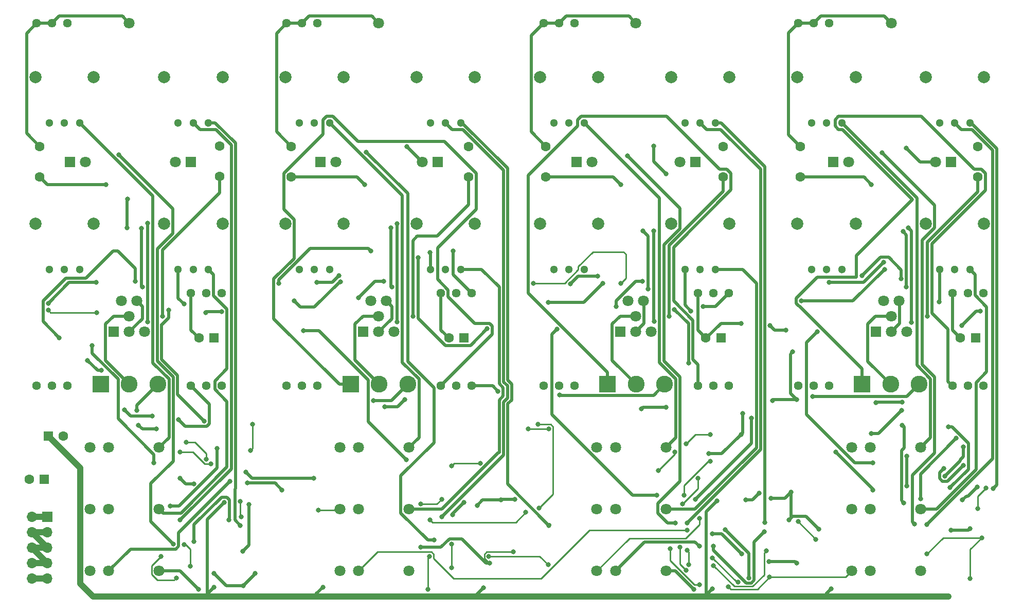
<source format=gtl>
G04 #@! TF.GenerationSoftware,KiCad,Pcbnew,(5.1.6-0-10_14)*
G04 #@! TF.CreationDate,2022-01-28T11:34:31+00:00*
G04 #@! TF.ProjectId,Quad Tube VCA,51756164-2054-4756-9265-205643412e6b,rev?*
G04 #@! TF.SameCoordinates,Original*
G04 #@! TF.FileFunction,Copper,L1,Top*
G04 #@! TF.FilePolarity,Positive*
%FSLAX46Y46*%
G04 Gerber Fmt 4.6, Leading zero omitted, Abs format (unit mm)*
G04 Created by KiCad (PCBNEW (5.1.6-0-10_14)) date 2022-01-28 11:34:31*
%MOMM*%
%LPD*%
G01*
G04 APERTURE LIST*
G04 #@! TA.AperFunction,ComponentPad*
%ADD10C,2.775000*%
G04 #@! TD*
G04 #@! TA.AperFunction,ComponentPad*
%ADD11R,2.775000X2.775000*%
G04 #@! TD*
G04 #@! TA.AperFunction,ComponentPad*
%ADD12C,1.600000*%
G04 #@! TD*
G04 #@! TA.AperFunction,ComponentPad*
%ADD13R,1.600000X1.600000*%
G04 #@! TD*
G04 #@! TA.AperFunction,ComponentPad*
%ADD14C,1.800000*%
G04 #@! TD*
G04 #@! TA.AperFunction,ComponentPad*
%ADD15R,1.800000X1.800000*%
G04 #@! TD*
G04 #@! TA.AperFunction,ComponentPad*
%ADD16C,2.000000*%
G04 #@! TD*
G04 #@! TA.AperFunction,ComponentPad*
%ADD17C,1.300000*%
G04 #@! TD*
G04 #@! TA.AperFunction,ComponentPad*
%ADD18C,1.440000*%
G04 #@! TD*
G04 #@! TA.AperFunction,ComponentPad*
%ADD19O,1.700000X1.700000*%
G04 #@! TD*
G04 #@! TA.AperFunction,ComponentPad*
%ADD20R,1.700000X1.700000*%
G04 #@! TD*
G04 #@! TA.AperFunction,ViaPad*
%ADD21C,0.800000*%
G04 #@! TD*
G04 #@! TA.AperFunction,Conductor*
%ADD22C,0.500000*%
G04 #@! TD*
G04 #@! TA.AperFunction,Conductor*
%ADD23C,0.250000*%
G04 #@! TD*
G04 #@! TA.AperFunction,Conductor*
%ADD24C,1.000000*%
G04 #@! TD*
G04 APERTURE END LIST*
D10*
X89790000Y-107702500D03*
X85090000Y-107702500D03*
D11*
X80390000Y-107702500D03*
D10*
X130938000Y-107702500D03*
X126238000Y-107702500D03*
D11*
X121538000Y-107702500D03*
D10*
X173229000Y-107702500D03*
X168529000Y-107702500D03*
D11*
X163829000Y-107702500D03*
D10*
X215139000Y-107702500D03*
X210439000Y-107702500D03*
D11*
X205739000Y-107702500D03*
D12*
X221909000Y-100076000D03*
D13*
X224409000Y-100076000D03*
D12*
X179999000Y-100076000D03*
D13*
X182499000Y-100076000D03*
D12*
X137708000Y-100076000D03*
D13*
X140208000Y-100076000D03*
D12*
X96560000Y-100076000D03*
D13*
X99060000Y-100076000D03*
D12*
X68620000Y-123317000D03*
D13*
X71120000Y-123317000D03*
D12*
X74255000Y-116205000D03*
D13*
X71755000Y-116205000D03*
D14*
X126153333Y-48260000D03*
X126153333Y-96520000D03*
X124883333Y-93980000D03*
X127423333Y-93980000D03*
X128693333Y-99060000D03*
X126153333Y-99060000D03*
D15*
X123613333Y-99060000D03*
D14*
X85090000Y-48260000D03*
X85090000Y-96520000D03*
X83820000Y-93980000D03*
X86360000Y-93980000D03*
X87630000Y-99060000D03*
X85090000Y-99060000D03*
D15*
X82550000Y-99060000D03*
D14*
X210550000Y-48260000D03*
X210550000Y-96520000D03*
X209280000Y-93980000D03*
X211820000Y-93980000D03*
X213090000Y-99060000D03*
X210550000Y-99060000D03*
D15*
X208010000Y-99060000D03*
D14*
X168486666Y-48260000D03*
X168486666Y-96520000D03*
X167216666Y-93980000D03*
X169756666Y-93980000D03*
X171026666Y-99060000D03*
X168486666Y-99060000D03*
D15*
X165946666Y-99060000D03*
D16*
X204680000Y-57150000D03*
X195080000Y-57150000D03*
D17*
X202380000Y-64650000D03*
X199880000Y-64650000D03*
X197380000Y-64650000D03*
D16*
X162280000Y-57150000D03*
X152680000Y-57150000D03*
D17*
X159980000Y-64650000D03*
X157480000Y-64650000D03*
X154980000Y-64650000D03*
D16*
X120370000Y-57150000D03*
X110770000Y-57150000D03*
D17*
X118070000Y-64650000D03*
X115570000Y-64650000D03*
X113070000Y-64650000D03*
D16*
X79222000Y-57150000D03*
X69622000Y-57150000D03*
D17*
X76922000Y-64650000D03*
X74422000Y-64650000D03*
X71922000Y-64650000D03*
D16*
X204680000Y-81280000D03*
X195080000Y-81280000D03*
D17*
X202380000Y-88780000D03*
X199880000Y-88780000D03*
X197380000Y-88780000D03*
D16*
X162280000Y-81280000D03*
X152680000Y-81280000D03*
D17*
X159980000Y-88780000D03*
X157480000Y-88780000D03*
X154980000Y-88780000D03*
D16*
X120370000Y-81280000D03*
X110770000Y-81280000D03*
D17*
X118070000Y-88780000D03*
X115570000Y-88780000D03*
X113070000Y-88780000D03*
D16*
X79222000Y-81280000D03*
X69622000Y-81280000D03*
D17*
X76922000Y-88780000D03*
X74422000Y-88780000D03*
X71922000Y-88780000D03*
D16*
X225780000Y-57150000D03*
X216180000Y-57150000D03*
D17*
X223480000Y-64650000D03*
X220980000Y-64650000D03*
X218480000Y-64650000D03*
D16*
X183870000Y-57150000D03*
X174270000Y-57150000D03*
D17*
X181570000Y-64650000D03*
X179070000Y-64650000D03*
X176570000Y-64650000D03*
D16*
X141960000Y-57150000D03*
X132360000Y-57150000D03*
D17*
X139660000Y-64650000D03*
X137160000Y-64650000D03*
X134660000Y-64650000D03*
D16*
X100431000Y-57150000D03*
X90831000Y-57150000D03*
D17*
X98131000Y-64650000D03*
X95631000Y-64650000D03*
X93131000Y-64650000D03*
D16*
X225780000Y-81280000D03*
X216180000Y-81280000D03*
D17*
X223480000Y-88780000D03*
X220980000Y-88780000D03*
X218480000Y-88780000D03*
D16*
X183870000Y-81280000D03*
X174270000Y-81280000D03*
D17*
X181570000Y-88780000D03*
X179070000Y-88780000D03*
X176570000Y-88780000D03*
D16*
X141960000Y-81280000D03*
X132360000Y-81280000D03*
D17*
X139660000Y-88780000D03*
X137160000Y-88780000D03*
X134660000Y-88780000D03*
D16*
X100431000Y-81280000D03*
X90831000Y-81280000D03*
D17*
X98131000Y-88780000D03*
X95631000Y-88780000D03*
X93131000Y-88780000D03*
D14*
X215389000Y-138430000D03*
X203989000Y-138430000D03*
X207089000Y-138430000D03*
X173449000Y-138430000D03*
X162049000Y-138430000D03*
X165149000Y-138430000D03*
X131158000Y-138430000D03*
X119758000Y-138430000D03*
X122858000Y-138430000D03*
X90010000Y-138430000D03*
X78610000Y-138430000D03*
X81710000Y-138430000D03*
X215389000Y-118110000D03*
X203989000Y-118110000D03*
X207089000Y-118110000D03*
X173449000Y-118110000D03*
X162049000Y-118110000D03*
X165149000Y-118110000D03*
X131158000Y-118110000D03*
X119758000Y-118110000D03*
X122858000Y-118110000D03*
X90010000Y-118110000D03*
X78610000Y-118110000D03*
X81710000Y-118110000D03*
X215389000Y-128270000D03*
X203989000Y-128270000D03*
X207089000Y-128270000D03*
X173449000Y-128270000D03*
X162049000Y-128270000D03*
X165149000Y-128270000D03*
X131158000Y-128270000D03*
X119758000Y-128270000D03*
X122858000Y-128270000D03*
X90010000Y-128270000D03*
X78610000Y-128270000D03*
X81710000Y-128270000D03*
D18*
X195199000Y-48260000D03*
X197739000Y-48260000D03*
X200279000Y-48260000D03*
X153289000Y-48260000D03*
X155829000Y-48260000D03*
X158369000Y-48260000D03*
X110998000Y-48260000D03*
X113538000Y-48260000D03*
X116078000Y-48260000D03*
X69850000Y-48260000D03*
X72390000Y-48260000D03*
X74930000Y-48260000D03*
X220599000Y-107950000D03*
X223139000Y-107950000D03*
X225679000Y-107950000D03*
X178689000Y-107950000D03*
X181229000Y-107950000D03*
X183769000Y-107950000D03*
X136398000Y-107950000D03*
X138938000Y-107950000D03*
X141478000Y-107950000D03*
X95250000Y-107950000D03*
X97790000Y-107950000D03*
X100330000Y-107950000D03*
X220599000Y-92710000D03*
X223139000Y-92710000D03*
X225679000Y-92710000D03*
X178689000Y-92710000D03*
X181229000Y-92710000D03*
X183769000Y-92710000D03*
X136398000Y-92710000D03*
X138938000Y-92710000D03*
X141478000Y-92710000D03*
X95250000Y-92710000D03*
X97790000Y-92710000D03*
X100330000Y-92710000D03*
X195199000Y-107950000D03*
X197739000Y-107950000D03*
X200279000Y-107950000D03*
X153289000Y-107950000D03*
X155829000Y-107950000D03*
X158369000Y-107950000D03*
X110998000Y-107950000D03*
X113538000Y-107950000D03*
X116078000Y-107950000D03*
X69850000Y-107950000D03*
X72390000Y-107950000D03*
X74930000Y-107950000D03*
D19*
X69088000Y-139700000D03*
X71628000Y-139700000D03*
X69088000Y-137160000D03*
X71628000Y-137160000D03*
X69088000Y-134620000D03*
X71628000Y-134620000D03*
X69088000Y-132080000D03*
X71628000Y-132080000D03*
X69088000Y-129540000D03*
D20*
X71628000Y-129540000D03*
D14*
X217805000Y-71120000D03*
D15*
X220345000Y-71120000D03*
D14*
X203536000Y-71120000D03*
D15*
X200996000Y-71120000D03*
D14*
X175768000Y-71120000D03*
D15*
X178308000Y-71120000D03*
D14*
X161290000Y-71120000D03*
D15*
X158750000Y-71120000D03*
D14*
X133350000Y-71120000D03*
D15*
X135890000Y-71120000D03*
D14*
X119126000Y-71120000D03*
D15*
X116586000Y-71120000D03*
D14*
X92710000Y-71120000D03*
D15*
X95250000Y-71120000D03*
D14*
X77851000Y-71120000D03*
D15*
X75311000Y-71120000D03*
D12*
X224790000Y-73580000D03*
X224790000Y-68580000D03*
X195580000Y-73580000D03*
X195580000Y-68580000D03*
X182880000Y-73580000D03*
X182880000Y-68580000D03*
X153670000Y-73580000D03*
X153670000Y-68580000D03*
X140970000Y-73580000D03*
X140970000Y-68580000D03*
X111760000Y-73580000D03*
X111760000Y-68580000D03*
X99949000Y-73453000D03*
X99949000Y-68453000D03*
X70358000Y-73580000D03*
X70358000Y-68580000D03*
D21*
X207264000Y-115824000D03*
X212217000Y-112014000D03*
X218440000Y-94107000D03*
X194945000Y-110236000D03*
X191008000Y-110363000D03*
X186055000Y-112522000D03*
X185801000Y-115951000D03*
X186563000Y-126746000D03*
X188802291Y-125649709D03*
X190754000Y-126492000D03*
X194056000Y-125476000D03*
X193675000Y-130048000D03*
X173482000Y-111506000D03*
X169418000Y-111760000D03*
X179578000Y-94869000D03*
X177550042Y-95626958D03*
X138430000Y-85725000D03*
X134620000Y-85979000D03*
X94107000Y-94488000D03*
X97663000Y-95885000D03*
X100330000Y-95758000D03*
X89535000Y-115062000D03*
X86614000Y-114427000D03*
X97790000Y-120015000D03*
X94488000Y-117221000D03*
X181102000Y-136271000D03*
X185293000Y-140273011D03*
X190500000Y-139444990D03*
X183737850Y-141075156D03*
X178943000Y-129794000D03*
X103886000Y-140843000D03*
X105791000Y-138811000D03*
X99060000Y-138811000D03*
X105410000Y-114300000D03*
X105029000Y-118618000D03*
X103378000Y-127000000D03*
X103505000Y-129540000D03*
X104521000Y-123952000D03*
X110236000Y-125095000D03*
X212344000Y-110617000D03*
X208026000Y-110744000D03*
X222250000Y-126746000D03*
X224663000Y-124587000D03*
X180467000Y-119126000D03*
X146304000Y-126746000D03*
X148590000Y-126619000D03*
X142367000Y-127635000D03*
X127127000Y-111379000D03*
X130429000Y-110236000D03*
X80518000Y-105410000D03*
X78232000Y-103759000D03*
X116205000Y-128397000D03*
X95758000Y-133604000D03*
X101473000Y-130048000D03*
X152400000Y-114300000D03*
X152556541Y-128113459D03*
X198628000Y-131572000D03*
X225171000Y-95631000D03*
X222123000Y-98044000D03*
X194310000Y-102362000D03*
X84836000Y-77216000D03*
X84709000Y-81915000D03*
X145796000Y-108839000D03*
X219964000Y-142621000D03*
X99060000Y-141097000D03*
X143383000Y-141224000D03*
X181102000Y-141351000D03*
X200660000Y-141351000D03*
X181864000Y-126873000D03*
X100711000Y-127127000D03*
X116967000Y-141097000D03*
X77009999Y-121491001D03*
X77009999Y-125301001D03*
X77009999Y-123396001D03*
X130810000Y-68541000D03*
X173482000Y-73025000D03*
X171450000Y-68453000D03*
X212979000Y-68834000D03*
X193167000Y-98806000D03*
X190588000Y-98044000D03*
X185801000Y-97663000D03*
X81280000Y-74803000D03*
X87122000Y-82042000D03*
X87280001Y-91694000D03*
X104775000Y-127508000D03*
X103759000Y-135227990D03*
X90530011Y-96520000D03*
X97410000Y-113792000D03*
X91567000Y-95504000D03*
X79756000Y-95885000D03*
X71754999Y-95504000D03*
X95694990Y-124079000D03*
X93472000Y-123190000D03*
X93472000Y-118872000D03*
X78994000Y-101346000D03*
X89154000Y-120650000D03*
X98552000Y-120777000D03*
X99568000Y-118237000D03*
X91821000Y-127762000D03*
X124085041Y-69462959D03*
X135255000Y-133350000D03*
X138176000Y-137922000D03*
X138176000Y-133985000D03*
X134239000Y-141478000D03*
X134493000Y-136017000D03*
X129159000Y-81280000D03*
X129159000Y-97409000D03*
X148336000Y-135292000D03*
X144399000Y-137160000D03*
X133096000Y-134493000D03*
X154051000Y-137414000D03*
X144272000Y-136017000D03*
X131759999Y-96520000D03*
X136529905Y-126614095D03*
X133096000Y-127420000D03*
X134620000Y-130048000D03*
X150368000Y-128778000D03*
X154137510Y-115062000D03*
X150749000Y-115062000D03*
X167132000Y-70104000D03*
X175006000Y-130556000D03*
X176784000Y-138303000D03*
X175768000Y-134493000D03*
X174117000Y-134747000D03*
X178943000Y-140716000D03*
X171387500Y-82423000D03*
X171526667Y-97370000D03*
X187071000Y-139573000D03*
X183156991Y-131670261D03*
X173990000Y-96520000D03*
X172212000Y-121920000D03*
X174916511Y-118872000D03*
X176784000Y-117475000D03*
X180721000Y-115951000D03*
X226124083Y-124791288D03*
X224790000Y-128143000D03*
X225425000Y-132969000D03*
X223520000Y-139700000D03*
X216408000Y-135636000D03*
X207264000Y-74803000D03*
X212471000Y-82550000D03*
X213018000Y-91694000D03*
X219964000Y-114681000D03*
X220218000Y-124714000D03*
X220345000Y-131699000D03*
X223520000Y-131445000D03*
X119634000Y-89789000D03*
X115951000Y-90932000D03*
X162179000Y-89916000D03*
X157734000Y-91186000D03*
X209296000Y-87630000D03*
X200279000Y-90932000D03*
X93472000Y-130048000D03*
X136525000Y-129540000D03*
X176911000Y-130556000D03*
X216408000Y-130810000D03*
X96520000Y-141478000D03*
X178054000Y-141478000D03*
X190373000Y-136906000D03*
X194945000Y-137160000D03*
X101662500Y-123698000D03*
X104267000Y-122174000D03*
X115443000Y-123190000D03*
X189992000Y-135128000D03*
X181229000Y-137541000D03*
X177215970Y-137401112D03*
X176911000Y-135001000D03*
X176940541Y-131728541D03*
X189611000Y-131953000D03*
X181229000Y-134366000D03*
X178943000Y-134366000D03*
X86360000Y-112014000D03*
X93218000Y-113538000D03*
X88900000Y-112903000D03*
X84328000Y-111887000D03*
X125250499Y-110363000D03*
X155956000Y-109474000D03*
X197612000Y-109728000D03*
X103378000Y-130937000D03*
X154178000Y-130937000D03*
X189738000Y-130429000D03*
X227330000Y-124841000D03*
X83381541Y-69907459D03*
X92329000Y-133985000D03*
X95123000Y-137668000D03*
X94107000Y-134112000D03*
X88130001Y-81153000D03*
X88130001Y-97409000D03*
X92837000Y-139573000D03*
X90297000Y-136017000D03*
X123825000Y-74803000D03*
X128143000Y-81915000D03*
X128309000Y-91694000D03*
X144018000Y-98552000D03*
X132609999Y-86829999D03*
X124841000Y-85725000D03*
X109728000Y-91059000D03*
X138176000Y-121158000D03*
X142851458Y-120753458D03*
X138303000Y-129159000D03*
X140208000Y-127127000D03*
X113755022Y-98842978D03*
X130683000Y-120142000D03*
X165989000Y-74803000D03*
X169672000Y-82423000D03*
X170507942Y-92036630D03*
X187487980Y-113284000D03*
X178308000Y-126619000D03*
X181102000Y-132334000D03*
X185928000Y-135636000D03*
X177166000Y-104189541D03*
X174840000Y-95377000D03*
X165989000Y-91059000D03*
X151638000Y-91059000D03*
X176149000Y-127381000D03*
X178689000Y-123190000D03*
X176403000Y-125984000D03*
X180721000Y-120396000D03*
X155474522Y-98652478D03*
X171958000Y-125984000D03*
X209042000Y-69596000D03*
X214376000Y-130683000D03*
X213360000Y-81915000D03*
X213868000Y-97536000D03*
X216489777Y-96520000D03*
X219202000Y-121539000D03*
X222377000Y-121031000D03*
X201422000Y-118872000D03*
X207518000Y-125095000D03*
X219329000Y-122809000D03*
X222377000Y-117983000D03*
X213106000Y-119507000D03*
X213106000Y-124460000D03*
X198374000Y-99060000D03*
X207518000Y-120650000D03*
X221233301Y-116586699D03*
X215332272Y-126559272D03*
X212598000Y-127254000D03*
X212344000Y-114427000D03*
X195199000Y-130302000D03*
X198120000Y-133223000D03*
X73560541Y-100048459D03*
X86106000Y-90730001D03*
X71755000Y-94361000D03*
X79629000Y-90932000D03*
X122809000Y-93472000D03*
X127000000Y-90730001D03*
X112268000Y-93980000D03*
X119888000Y-90805000D03*
X165227000Y-94869000D03*
X169545000Y-90730001D03*
X154051000Y-94234000D03*
X163068000Y-91059000D03*
X205740000Y-89789000D03*
X212168000Y-90297000D03*
X195707000Y-93980000D03*
X209423000Y-88773000D03*
D22*
X218480000Y-88780000D02*
X218306000Y-88780000D01*
X208407000Y-115824000D02*
X212217000Y-112014000D01*
X207264000Y-115824000D02*
X208407000Y-115824000D01*
X218480000Y-94067000D02*
X218440000Y-94107000D01*
X218480000Y-88780000D02*
X218480000Y-94067000D01*
X191135000Y-110236000D02*
X191008000Y-110363000D01*
X194945000Y-110236000D02*
X191135000Y-110236000D01*
X186055000Y-115697000D02*
X185801000Y-115951000D01*
X186055000Y-112522000D02*
X186055000Y-115697000D01*
X187706000Y-126746000D02*
X188802291Y-125649709D01*
X186563000Y-126746000D02*
X187706000Y-126746000D01*
X193040000Y-126492000D02*
X194056000Y-125476000D01*
X190754000Y-126492000D02*
X193040000Y-126492000D01*
X194056000Y-129667000D02*
X193675000Y-130048000D01*
X194056000Y-125476000D02*
X194056000Y-129667000D01*
X169672000Y-111506000D02*
X169418000Y-111760000D01*
X173482000Y-111506000D02*
X169672000Y-111506000D01*
X181610000Y-94869000D02*
X183769000Y-92710000D01*
X179578000Y-94869000D02*
X181610000Y-94869000D01*
X176570000Y-94646916D02*
X177550042Y-95626958D01*
X176570000Y-88780000D02*
X176570000Y-94646916D01*
X138430000Y-89662000D02*
X138430000Y-85725000D01*
X141478000Y-92710000D02*
X138430000Y-89662000D01*
X134660000Y-86019000D02*
X134620000Y-85979000D01*
X134660000Y-88780000D02*
X134660000Y-86019000D01*
X93131000Y-93512000D02*
X94107000Y-94488000D01*
X93131000Y-88780000D02*
X93131000Y-93512000D01*
X97790000Y-95758000D02*
X97663000Y-95885000D01*
X100330000Y-95758000D02*
X97790000Y-95758000D01*
X87249000Y-115062000D02*
X86614000Y-114427000D01*
X89535000Y-115062000D02*
X87249000Y-115062000D01*
D23*
X97790000Y-119124590D02*
X95886410Y-117221000D01*
X95886410Y-117221000D02*
X94488000Y-117221000D01*
X97790000Y-120015000D02*
X97790000Y-119124590D01*
X185104011Y-140273011D02*
X185293000Y-140273011D01*
X181102000Y-136271000D02*
X185104011Y-140273011D01*
X202974010Y-139444990D02*
X203989000Y-138430000D01*
X190500000Y-139444990D02*
X202974010Y-139444990D01*
X184110714Y-141448020D02*
X183737850Y-141075156D01*
X188496970Y-141448020D02*
X184110714Y-141448020D01*
X190500000Y-139444990D02*
X188496970Y-141448020D01*
X176674095Y-133067989D02*
X167411011Y-133067989D01*
X178943000Y-130799084D02*
X176674095Y-133067989D01*
X167411011Y-133067989D02*
X162049000Y-138430000D01*
X178943000Y-129794000D02*
X178943000Y-130799084D01*
D22*
X105791000Y-138938000D02*
X103886000Y-140843000D01*
X105791000Y-138811000D02*
X105791000Y-138938000D01*
X101092000Y-140843000D02*
X99060000Y-138811000D01*
X103886000Y-140843000D02*
X101092000Y-140843000D01*
D23*
X105410000Y-118237000D02*
X105029000Y-118618000D01*
X105410000Y-114300000D02*
X105410000Y-118237000D01*
X103378000Y-129413000D02*
X103505000Y-129540000D01*
X103378000Y-127000000D02*
X103378000Y-129413000D01*
D22*
X109093000Y-123952000D02*
X108712000Y-123952000D01*
X110236000Y-125095000D02*
X109093000Y-123952000D01*
X108712000Y-123952000D02*
X104521000Y-123952000D01*
X208153000Y-110617000D02*
X208026000Y-110744000D01*
X212344000Y-110617000D02*
X208153000Y-110617000D01*
X223139000Y-126111000D02*
X224663000Y-124587000D01*
X222885000Y-126111000D02*
X222250000Y-126746000D01*
X223139000Y-126111000D02*
X222885000Y-126111000D01*
X182626000Y-119126000D02*
X185801000Y-115951000D01*
X180467000Y-119126000D02*
X182626000Y-119126000D01*
X146431000Y-126619000D02*
X146304000Y-126746000D01*
X148590000Y-126619000D02*
X146431000Y-126619000D01*
X143256000Y-126746000D02*
X142367000Y-127635000D01*
X146304000Y-126746000D02*
X143256000Y-126746000D01*
X129286000Y-111379000D02*
X127127000Y-111379000D01*
X130429000Y-110236000D02*
X129286000Y-111379000D01*
X79883000Y-105410000D02*
X78232000Y-103759000D01*
X80518000Y-105410000D02*
X79883000Y-105410000D01*
D23*
X119631000Y-128397000D02*
X119758000Y-128270000D01*
X116205000Y-128397000D02*
X119631000Y-128397000D01*
D22*
X101561001Y-129959999D02*
X101473000Y-130048000D01*
X101561001Y-126718999D02*
X101561001Y-129959999D01*
X100302999Y-126276999D02*
X101119001Y-126276999D01*
X101119001Y-126276999D02*
X101561001Y-126718999D01*
X95758000Y-130821998D02*
X100302999Y-126276999D01*
X95758000Y-133604000D02*
X95758000Y-130821998D01*
D23*
X154862511Y-125807489D02*
X152556541Y-128113459D01*
X154448512Y-114300000D02*
X154862511Y-114713999D01*
X154862511Y-114713999D02*
X154862511Y-125807489D01*
X152400000Y-114300000D02*
X154448512Y-114300000D01*
D22*
X196507999Y-129451999D02*
X198628000Y-131572000D01*
X194271001Y-129451999D02*
X196507999Y-129451999D01*
X193675000Y-130048000D02*
X194271001Y-129451999D01*
X224536000Y-95631000D02*
X222123000Y-98044000D01*
X225171000Y-95631000D02*
X224536000Y-95631000D01*
X193910001Y-109201001D02*
X194945000Y-110236000D01*
X193910001Y-102761999D02*
X193910001Y-109201001D01*
X194310000Y-102362000D02*
X193910001Y-102761999D01*
X84709000Y-77343000D02*
X84836000Y-77216000D01*
X84709000Y-81915000D02*
X84709000Y-77343000D01*
X144907000Y-107950000D02*
X145796000Y-108839000D01*
X141478000Y-107950000D02*
X144907000Y-107950000D01*
D24*
X69088000Y-134620000D02*
X71628000Y-134620000D01*
X69088000Y-137160000D02*
X71628000Y-137160000D01*
X69088000Y-132080000D02*
X71628000Y-132080000D01*
X71628000Y-134620000D02*
X69088000Y-132080000D01*
X71628000Y-137160000D02*
X69088000Y-134620000D01*
D22*
X133350000Y-71120000D02*
X133350000Y-70866000D01*
X99060000Y-141097000D02*
X97536000Y-142621000D01*
X97536000Y-142621000D02*
X96774000Y-142621000D01*
D24*
X79121000Y-142621000D02*
X96774000Y-142621000D01*
D22*
X141986000Y-142621000D02*
X140970000Y-142621000D01*
X143383000Y-141224000D02*
X141986000Y-142621000D01*
X179832000Y-142621000D02*
X178435000Y-142621000D01*
D24*
X140970000Y-142621000D02*
X178435000Y-142621000D01*
D22*
X199771000Y-142240000D02*
X199771000Y-142621000D01*
X200660000Y-141351000D02*
X199771000Y-142240000D01*
D24*
X199771000Y-142621000D02*
X219964000Y-142621000D01*
X178435000Y-142621000D02*
X199771000Y-142621000D01*
D22*
X180086000Y-128651000D02*
X181864000Y-126873000D01*
X180086000Y-142367000D02*
X180086000Y-128651000D01*
X181102000Y-141351000D02*
X180086000Y-142367000D01*
X180086000Y-142367000D02*
X179832000Y-142621000D01*
X97917000Y-129921000D02*
X100711000Y-127127000D01*
D24*
X96774000Y-142621000D02*
X97917000Y-142621000D01*
D22*
X97917000Y-142621000D02*
X97917000Y-129921000D01*
X115824000Y-142240000D02*
X115824000Y-142621000D01*
X116967000Y-141097000D02*
X115824000Y-142240000D01*
D24*
X115824000Y-142621000D02*
X140970000Y-142621000D01*
X97917000Y-142621000D02*
X115824000Y-142621000D01*
X77009999Y-140509999D02*
X79121000Y-142621000D01*
X77009999Y-121459999D02*
X77009999Y-121491001D01*
X71755000Y-116205000D02*
X77009999Y-121459999D01*
X77009999Y-121491001D02*
X77009999Y-140509999D01*
D22*
X133350000Y-71081000D02*
X130810000Y-68541000D01*
X133350000Y-71120000D02*
X133350000Y-71081000D01*
X171450000Y-70993000D02*
X171450000Y-68453000D01*
X173482000Y-73025000D02*
X171450000Y-70993000D01*
X215265000Y-71120000D02*
X212979000Y-68834000D01*
X217805000Y-71120000D02*
X215265000Y-71120000D01*
X87259999Y-96890001D02*
X85090000Y-99060000D01*
X87259999Y-94879999D02*
X87259999Y-96890001D01*
X86360000Y-93980000D02*
X87259999Y-94879999D01*
X128323332Y-96890001D02*
X126153333Y-99060000D01*
X128323332Y-94879999D02*
X128323332Y-96890001D01*
X127423333Y-93980000D02*
X128323332Y-94879999D01*
X169836667Y-94060001D02*
X169836667Y-97709999D01*
X169836667Y-97709999D02*
X168486666Y-99060000D01*
X169756666Y-93980000D02*
X169836667Y-94060001D01*
X211900001Y-97709999D02*
X210550000Y-99060000D01*
X211900001Y-94060001D02*
X211900001Y-97709999D01*
X211820000Y-93980000D02*
X211900001Y-94060001D01*
X220599000Y-98766000D02*
X221909000Y-100076000D01*
X220599000Y-92710000D02*
X220599000Y-98766000D01*
X178689000Y-98766000D02*
X179999000Y-100076000D01*
X178689000Y-92710000D02*
X178689000Y-98766000D01*
X136398000Y-98766000D02*
X137708000Y-100076000D01*
X136398000Y-92710000D02*
X136398000Y-98766000D01*
X95250000Y-98766000D02*
X96560000Y-100076000D01*
X95250000Y-92710000D02*
X95250000Y-98766000D01*
X191350000Y-98806000D02*
X190588000Y-98044000D01*
X193167000Y-98806000D02*
X191350000Y-98806000D01*
X180088998Y-100076000D02*
X179999000Y-100076000D01*
X182501998Y-97663000D02*
X180088998Y-100076000D01*
X185801000Y-97663000D02*
X182501998Y-97663000D01*
X71581000Y-74803000D02*
X70358000Y-73580000D01*
X81280000Y-74803000D02*
X71581000Y-74803000D01*
X87122000Y-91535999D02*
X87280001Y-91694000D01*
X87122000Y-82042000D02*
X87122000Y-91535999D01*
X104775000Y-134211990D02*
X103759000Y-135227990D01*
X104775000Y-127508000D02*
X104775000Y-134211990D01*
X69850000Y-48260000D02*
X72390000Y-48260000D01*
X72390000Y-48260000D02*
X73560001Y-47089999D01*
X83919999Y-47089999D02*
X85090000Y-48260000D01*
X73560001Y-47089999D02*
X83919999Y-47089999D01*
X68171999Y-66393999D02*
X68171999Y-49938001D01*
X68171999Y-49938001D02*
X69850000Y-48260000D01*
X70358000Y-68580000D02*
X68171999Y-66393999D01*
X90530011Y-89034987D02*
X90530011Y-96520000D01*
X99949000Y-73453000D02*
X99949000Y-76200000D01*
X90530011Y-85618989D02*
X90530011Y-89034987D01*
X99949000Y-76200000D02*
X90530011Y-85618989D01*
X82479998Y-96520000D02*
X85090000Y-96520000D01*
X81199999Y-97799999D02*
X82479998Y-96520000D01*
X81199999Y-103812499D02*
X81199999Y-97799999D01*
X85090000Y-107702500D02*
X81199999Y-103812499D01*
X93029010Y-109411010D02*
X93029010Y-106242084D01*
X97410000Y-113792000D02*
X93029010Y-109411010D01*
X93029010Y-106242084D02*
X90424000Y-103637074D01*
X90424000Y-103632000D02*
X90380021Y-103588021D01*
X90424000Y-103637074D02*
X90424000Y-103632000D01*
X90380021Y-103588021D02*
X90380021Y-97833979D01*
X91567000Y-96741013D02*
X91567000Y-95504000D01*
X90474034Y-97833979D02*
X91567000Y-96741013D01*
X90380021Y-97833979D02*
X90474034Y-97833979D01*
D23*
X72135999Y-95885000D02*
X71754999Y-95504000D01*
X79756000Y-95885000D02*
X72135999Y-95885000D01*
D22*
X94361000Y-124079000D02*
X93472000Y-123190000D01*
X95694990Y-124079000D02*
X94361000Y-124079000D01*
X89154000Y-119252002D02*
X89154000Y-120650000D01*
X83252499Y-113350501D02*
X89154000Y-119252002D01*
X78994000Y-102596463D02*
X83252499Y-106854962D01*
X83252499Y-106854962D02*
X83252499Y-113350501D01*
X78994000Y-101346000D02*
X78994000Y-102596463D01*
D23*
X95573998Y-118872000D02*
X93472000Y-118872000D01*
X97478998Y-120777000D02*
X95573998Y-118872000D01*
X98552000Y-120777000D02*
X97478998Y-120777000D01*
D22*
X93269992Y-127762000D02*
X91821000Y-127762000D01*
X99568000Y-121463992D02*
X93269992Y-127762000D01*
X99568000Y-118237000D02*
X99568000Y-121463992D01*
X130909999Y-103965035D02*
X135255000Y-108310036D01*
X130909999Y-76287917D02*
X130909999Y-103965035D01*
X124085041Y-69462959D02*
X130909999Y-76287917D01*
X135255000Y-108310036D02*
X135255000Y-117348000D01*
X134239998Y-133350000D02*
X135255000Y-133350000D01*
X129807999Y-122795001D02*
X129807999Y-128918001D01*
X129807999Y-128918001D02*
X134239998Y-133350000D01*
X135255000Y-117348000D02*
X129807999Y-122795001D01*
D23*
X138176000Y-137922000D02*
X138176000Y-133985000D01*
X134239000Y-136271000D02*
X134493000Y-136017000D01*
X134239000Y-141478000D02*
X134239000Y-136271000D01*
D22*
X129159000Y-81280000D02*
X129159000Y-97409000D01*
D23*
X143546999Y-136365001D02*
X144341998Y-137160000D01*
X143546999Y-135668999D02*
X143546999Y-136365001D01*
X143923998Y-135292000D02*
X143546999Y-135668999D01*
X144341998Y-137160000D02*
X144399000Y-137160000D01*
X148336000Y-135292000D02*
X143923998Y-135292000D01*
D22*
X143833315Y-137160000D02*
X144399000Y-137160000D01*
X139808314Y-133134999D02*
X143833315Y-137160000D01*
X137767999Y-133134999D02*
X139808314Y-133134999D01*
X136409998Y-134493000D02*
X137767999Y-133134999D01*
X133096000Y-134493000D02*
X136409998Y-134493000D01*
D23*
X152654000Y-136017000D02*
X144272000Y-136017000D01*
X154051000Y-137414000D02*
X152654000Y-136017000D01*
D22*
X131759999Y-89722999D02*
X131759999Y-96520000D01*
X131759999Y-89333999D02*
X131759999Y-89722999D01*
X123543331Y-96520000D02*
X126153333Y-96520000D01*
X122263332Y-97799999D02*
X123543331Y-96520000D01*
X122263332Y-103727832D02*
X122263332Y-97799999D01*
X126238000Y-107702500D02*
X122263332Y-103727832D01*
X135763000Y-83312000D02*
X132474002Y-83312000D01*
X131759999Y-84026003D02*
X131759999Y-89722999D01*
X132474002Y-83312000D02*
X131759999Y-84026003D01*
X140970000Y-78105000D02*
X135763000Y-83312000D01*
X140970000Y-73580000D02*
X140970000Y-78105000D01*
D23*
X135724000Y-127420000D02*
X133096000Y-127420000D01*
X136529905Y-126614095D02*
X135724000Y-127420000D01*
X148698001Y-130447999D02*
X150368000Y-128778000D01*
X135019999Y-130447999D02*
X148698001Y-130447999D01*
X134620000Y-130048000D02*
X135019999Y-130447999D01*
X154137510Y-115062000D02*
X150749000Y-115062000D01*
D22*
X175720001Y-78692001D02*
X175720001Y-82089999D01*
X167132000Y-70104000D02*
X175720001Y-78692001D01*
X175720001Y-82089999D02*
X173101000Y-84709000D01*
X173101000Y-103865036D02*
X175766511Y-106530546D01*
X173101000Y-84709000D02*
X173101000Y-103865036D01*
X175766511Y-106530546D02*
X175766511Y-123699489D01*
X173736998Y-130556000D02*
X175006000Y-130556000D01*
X172098999Y-128918001D02*
X173736998Y-130556000D01*
X172098999Y-127367001D02*
X172098999Y-128918001D01*
X175766511Y-123699489D02*
X172098999Y-127367001D01*
D23*
X175768000Y-137287000D02*
X175768000Y-134493000D01*
X176784000Y-138303000D02*
X175768000Y-137287000D01*
X174117000Y-136709002D02*
X178123998Y-140716000D01*
X178123998Y-140716000D02*
X178943000Y-140716000D01*
X174117000Y-134747000D02*
X174117000Y-136709002D01*
D22*
X171387500Y-97230833D02*
X171526667Y-97370000D01*
X171387500Y-82423000D02*
X171387500Y-97230833D01*
X183220263Y-131670261D02*
X183156991Y-131670261D01*
X187071000Y-135520998D02*
X183220263Y-131670261D01*
X187071000Y-139573000D02*
X187071000Y-135520998D01*
X173990000Y-89013998D02*
X173990000Y-96520000D01*
X182880000Y-73580000D02*
X182880000Y-75946000D01*
X173990000Y-84836000D02*
X173990000Y-89013998D01*
X182880000Y-75946000D02*
X173990000Y-84836000D01*
X165876664Y-96520000D02*
X168486666Y-96520000D01*
X164596665Y-97799999D02*
X165876664Y-96520000D01*
X164596665Y-103770165D02*
X164596665Y-97799999D01*
X168529000Y-107702500D02*
X164596665Y-103770165D01*
D23*
X174916511Y-119215489D02*
X174916511Y-118872000D01*
X172212000Y-121920000D02*
X174916511Y-119215489D01*
X178308000Y-115951000D02*
X180721000Y-115951000D01*
X176784000Y-117475000D02*
X178308000Y-115951000D01*
X224790000Y-126125371D02*
X224790000Y-128143000D01*
X226124083Y-124791288D02*
X224790000Y-126125371D01*
X223520000Y-134874000D02*
X223520000Y-139700000D01*
X225425000Y-132969000D02*
X223520000Y-134874000D01*
X219075000Y-132969000D02*
X225425000Y-132969000D01*
X216408000Y-135636000D02*
X219075000Y-132969000D01*
D22*
X206041000Y-73580000D02*
X195580000Y-73580000D01*
X207264000Y-74803000D02*
X206041000Y-73580000D01*
X213018000Y-83097000D02*
X213018000Y-91694000D01*
X212471000Y-82550000D02*
X213018000Y-83097000D01*
X223227001Y-117378316D02*
X223227001Y-121704999D01*
X220529685Y-114681000D02*
X223227001Y-117378316D01*
X223227001Y-121704999D02*
X220218000Y-124714000D01*
X219964000Y-114681000D02*
X220529685Y-114681000D01*
X223266000Y-131699000D02*
X223520000Y-131445000D01*
X220345000Y-131699000D02*
X223266000Y-131699000D01*
X195199000Y-48260000D02*
X197739000Y-48260000D01*
X209379999Y-47089999D02*
X210550000Y-48260000D01*
X198909001Y-47089999D02*
X209379999Y-47089999D01*
X197739000Y-48260000D02*
X198909001Y-47089999D01*
X193629999Y-66629999D02*
X195580000Y-68580000D01*
X193629999Y-49829001D02*
X193629999Y-66629999D01*
X195199000Y-48260000D02*
X193629999Y-49829001D01*
X98960001Y-89609001D02*
X98131000Y-88780000D01*
X101180991Y-105167409D02*
X101180991Y-95350989D01*
X98960001Y-93129999D02*
X98960001Y-92174999D01*
X101180991Y-95350989D02*
X98960001Y-93129999D01*
X99159999Y-107188401D02*
X101180991Y-105167409D01*
X99159999Y-108511601D02*
X99159999Y-107188401D01*
X101180991Y-121349047D02*
X101180991Y-110532593D01*
X93625038Y-128905000D02*
X101180991Y-121349047D01*
X101180991Y-110532593D02*
X99159999Y-108511601D01*
X90645000Y-128905000D02*
X93625038Y-128905000D01*
X90010000Y-128270000D02*
X90645000Y-128905000D01*
X98960001Y-92174999D02*
X98960001Y-89609001D01*
X118491000Y-90932000D02*
X115951000Y-90932000D01*
X119634000Y-89789000D02*
X118491000Y-90932000D01*
X145869988Y-118937010D02*
X136536998Y-128270000D01*
X145984990Y-110327047D02*
X145984990Y-118937010D01*
X145984990Y-118937010D02*
X145869988Y-118937010D01*
X146646001Y-109666036D02*
X145984990Y-110327047D01*
X146646001Y-108265964D02*
X146646001Y-109666036D01*
X145984990Y-107604953D02*
X146646001Y-108265964D01*
X145984990Y-91694000D02*
X145984990Y-107604953D01*
X136536998Y-128270000D02*
X131158000Y-128270000D01*
X143070990Y-88780000D02*
X145984990Y-91694000D01*
X139660000Y-88780000D02*
X143070990Y-88780000D01*
X159004000Y-89916000D02*
X157734000Y-91186000D01*
X162179000Y-89916000D02*
X159004000Y-89916000D01*
X186062000Y-88780000D02*
X181570000Y-88780000D01*
X188337980Y-91055980D02*
X186062000Y-88780000D01*
X188337980Y-118139058D02*
X188337980Y-91055980D01*
X178207038Y-128270000D02*
X188337980Y-118139058D01*
X173449000Y-128270000D02*
X178207038Y-128270000D01*
X205994000Y-90932000D02*
X200279000Y-90932000D01*
X209296000Y-87630000D02*
X205994000Y-90932000D01*
X215389000Y-128270000D02*
X217958038Y-128270000D01*
X224309001Y-93071603D02*
X224309001Y-89609001D01*
X226240601Y-95003203D02*
X224309001Y-93071603D01*
X224309001Y-89609001D02*
X223480000Y-88780000D01*
X226240601Y-105656797D02*
X226240601Y-95003203D01*
X224508999Y-107388399D02*
X226240601Y-105656797D01*
X224508999Y-121719039D02*
X224508999Y-107388399D01*
X217958038Y-128270000D02*
X224508999Y-121719039D01*
X99350003Y-65750001D02*
X101881001Y-68280999D01*
X101881001Y-121638999D02*
X93472000Y-130048000D01*
X101881001Y-68280999D02*
X101881001Y-121638999D01*
X96731001Y-65750001D02*
X99350003Y-65750001D01*
X95631000Y-64650000D02*
X96731001Y-65750001D01*
X138260001Y-65750001D02*
X139990003Y-65750001D01*
X139990003Y-65750001D02*
X146685000Y-72444998D01*
X137160000Y-64650000D02*
X138260001Y-65750001D01*
X146685000Y-119380000D02*
X136525000Y-129540000D01*
X146685000Y-72444998D02*
X146685000Y-107315000D01*
X146685000Y-110617000D02*
X146685000Y-119380000D01*
X147346009Y-109955991D02*
X146685000Y-110617000D01*
X147346009Y-107976010D02*
X147346009Y-109955991D01*
X146685000Y-107315000D02*
X147346009Y-107976010D01*
X182463001Y-65750001D02*
X189037990Y-72324990D01*
X180170001Y-65750001D02*
X182463001Y-65750001D01*
X179070000Y-64650000D02*
X180170001Y-65750001D01*
X189037990Y-118429010D02*
X176911000Y-130556000D01*
X189037990Y-72324990D02*
X189037990Y-118429010D01*
X227230001Y-119987999D02*
X227230001Y-69169999D01*
X222080001Y-65750001D02*
X220980000Y-64650000D01*
X223810003Y-65750001D02*
X222080001Y-65750001D01*
X227230001Y-69169999D02*
X223810003Y-65750001D01*
X216408000Y-130810000D02*
X227230001Y-119987999D01*
X91627501Y-106820499D02*
X91627501Y-116492499D01*
X88980001Y-104172999D02*
X91627501Y-106820499D01*
X88980001Y-76708001D02*
X88980001Y-104172999D01*
X91627501Y-116492499D02*
X90010000Y-118110000D01*
X76922000Y-64650000D02*
X88980001Y-76708001D01*
X132775501Y-116492499D02*
X131158000Y-118110000D01*
X132775501Y-106820499D02*
X132775501Y-116492499D01*
X130055999Y-104100997D02*
X132775501Y-106820499D01*
X130055999Y-76635999D02*
X130055999Y-104100997D01*
X118070000Y-64650000D02*
X130055999Y-76635999D01*
X175066501Y-106820499D02*
X175066501Y-116492499D01*
X175066501Y-116492499D02*
X173449000Y-118110000D01*
X172376667Y-104130665D02*
X175066501Y-106820499D01*
X172376667Y-77046667D02*
X172376667Y-104130665D01*
X159980000Y-64650000D02*
X172376667Y-77046667D01*
X216976501Y-106820499D02*
X216976501Y-116522499D01*
X214729999Y-104573997D02*
X216976501Y-106820499D01*
X216976501Y-116522499D02*
X215389000Y-118110000D01*
X214729999Y-76999999D02*
X214729999Y-104573997D01*
X202380000Y-64650000D02*
X214729999Y-76999999D01*
X93472000Y-138430000D02*
X96520000Y-141478000D01*
X90010000Y-138430000D02*
X93472000Y-138430000D01*
X175006000Y-138430000D02*
X178054000Y-141478000D01*
X173449000Y-138430000D02*
X175006000Y-138430000D01*
X194691000Y-136906000D02*
X194945000Y-137160000D01*
X190373000Y-136906000D02*
X194691000Y-136906000D01*
X93179001Y-134393001D02*
X93179001Y-132181499D01*
X93179001Y-132181499D02*
X101662500Y-123698000D01*
X92737001Y-134835001D02*
X93179001Y-134393001D01*
X85304999Y-134835001D02*
X92737001Y-134835001D01*
X81710000Y-138430000D02*
X85304999Y-134835001D01*
X105283000Y-123190000D02*
X115443000Y-123190000D01*
X104267000Y-122174000D02*
X105283000Y-123190000D01*
D23*
X189592001Y-139123187D02*
X187717177Y-140998011D01*
X184686011Y-140998011D02*
X181229000Y-137541000D01*
X189992000Y-135128000D02*
X189592001Y-135527999D01*
X187717177Y-140998011D02*
X184686011Y-140998011D01*
X189592001Y-135527999D02*
X189592001Y-139123187D01*
X177215970Y-135305970D02*
X176911000Y-135001000D01*
X177215970Y-137401112D02*
X177215970Y-135305970D01*
X125996001Y-135291999D02*
X122858000Y-138430000D01*
X135218001Y-135668999D02*
X134841001Y-135291999D01*
X134841001Y-135291999D02*
X125996001Y-135291999D01*
X138508001Y-139655001D02*
X135218001Y-136365001D01*
X135218001Y-136365001D02*
X135218001Y-135668999D01*
X160809461Y-131728541D02*
X152883001Y-139655001D01*
X152883001Y-139655001D02*
X138508001Y-139655001D01*
X176940541Y-131728541D02*
X160809461Y-131728541D01*
D22*
X181229000Y-134989002D02*
X181229000Y-134366000D01*
X187479001Y-140423001D02*
X186662999Y-140423001D01*
X187921001Y-133642999D02*
X187921001Y-139981001D01*
X186662999Y-140423001D02*
X181229000Y-134989002D01*
X187921001Y-139981001D02*
X187479001Y-140423001D01*
X189611000Y-131953000D02*
X187921001Y-133642999D01*
X169936001Y-133642999D02*
X165149000Y-138430000D01*
X178219999Y-133642999D02*
X169936001Y-133642999D01*
X178943000Y-134366000D02*
X178219999Y-133642999D01*
X86360000Y-111132500D02*
X86360000Y-112014000D01*
X89790000Y-107702500D02*
X86360000Y-111132500D01*
X94322001Y-114642001D02*
X93218000Y-113538000D01*
X97818001Y-114642001D02*
X94322001Y-114642001D01*
X98260001Y-114200001D02*
X97818001Y-114642001D01*
X98260001Y-110960001D02*
X98260001Y-114200001D01*
X95250000Y-107950000D02*
X98260001Y-110960001D01*
X85344000Y-112903000D02*
X84328000Y-111887000D01*
X88900000Y-112903000D02*
X85344000Y-112903000D01*
X128277500Y-110363000D02*
X125250499Y-110363000D01*
X130938000Y-107702500D02*
X128277500Y-110363000D01*
X144868001Y-99479999D02*
X136398000Y-107950000D01*
X144868001Y-98143999D02*
X144868001Y-99479999D01*
X144426001Y-97701999D02*
X144868001Y-98143999D01*
X112220001Y-87012035D02*
X112220001Y-80583999D01*
X141998399Y-97701999D02*
X144426001Y-97701999D01*
X117541999Y-63549999D02*
X118598001Y-63549999D01*
X137568001Y-92148399D02*
X137568001Y-93271601D01*
X135836399Y-90416797D02*
X137568001Y-92148399D01*
X142220001Y-78873997D02*
X135836399Y-85257599D01*
X142220001Y-72979999D02*
X142220001Y-78873997D01*
X118598001Y-63549999D02*
X122739002Y-67691000D01*
X108877999Y-96929999D02*
X108877999Y-90354037D01*
X110509999Y-72979999D02*
X116969999Y-66519999D01*
X122739002Y-67691000D02*
X136931002Y-67691000D01*
X116969999Y-64121999D02*
X117541999Y-63549999D01*
X116969999Y-66519999D02*
X116969999Y-64121999D01*
X136931002Y-67691000D02*
X142220001Y-72979999D01*
X112220001Y-80583999D02*
X110509999Y-78873997D01*
X110509999Y-78873997D02*
X110509999Y-72979999D01*
X137568001Y-93271601D02*
X141998399Y-97701999D01*
X121538000Y-107702500D02*
X119650500Y-107702500D01*
X108877999Y-90354037D02*
X112220001Y-87012035D01*
X119650500Y-107702500D02*
X108877999Y-96929999D01*
X135836399Y-85257599D02*
X135836399Y-90416797D01*
X156022001Y-109540001D02*
X155956000Y-109474000D01*
X171391499Y-109540001D02*
X156022001Y-109540001D01*
X173229000Y-107702500D02*
X171391499Y-109540001D01*
X150787999Y-92707953D02*
X163829000Y-105748954D01*
X158879999Y-64121999D02*
X158879999Y-65178001D01*
X159451999Y-63549999D02*
X158879999Y-64121999D01*
X173499999Y-63549999D02*
X159451999Y-63549999D01*
X182279999Y-72329999D02*
X173499999Y-63549999D01*
X183480001Y-72329999D02*
X182279999Y-72329999D01*
X163829000Y-105748954D02*
X163829000Y-107702500D01*
X174690010Y-85125952D02*
X184130001Y-75685961D01*
X174690010Y-93969008D02*
X174690010Y-85125952D01*
X184130001Y-75685961D02*
X184130001Y-72979999D01*
X177866010Y-97145008D02*
X174690010Y-93969008D01*
X150787999Y-73270001D02*
X150787999Y-92707953D01*
X177866010Y-103631549D02*
X177866010Y-97145008D01*
X184130001Y-72979999D02*
X183480001Y-72329999D01*
X178689000Y-104454539D02*
X177866010Y-103631549D01*
X158879999Y-65178001D02*
X150787999Y-73270001D01*
X178689000Y-107950000D02*
X178689000Y-104454539D01*
X213113500Y-109728000D02*
X197612000Y-109728000D01*
X215139000Y-107702500D02*
X213113500Y-109728000D01*
X205739000Y-105166998D02*
X205739000Y-107702500D01*
X195402003Y-94830001D02*
X205739000Y-105166998D01*
X194856999Y-94388001D02*
X195298999Y-94830001D01*
X194856999Y-93571999D02*
X194856999Y-94388001D01*
X198346999Y-90081999D02*
X194856999Y-93571999D01*
X204774997Y-90081999D02*
X198346999Y-90081999D01*
X214029989Y-77289951D02*
X204774997Y-86544943D01*
X202490039Y-65750001D02*
X214029989Y-77289951D01*
X201851999Y-65750001D02*
X202490039Y-65750001D01*
X201279999Y-65178001D02*
X201851999Y-65750001D01*
X195298999Y-94830001D02*
X195402003Y-94830001D01*
X201279999Y-64121999D02*
X201279999Y-65178001D01*
X224189999Y-72329999D02*
X215409999Y-63549999D01*
X204774997Y-86544943D02*
X204774997Y-90081999D01*
X225390001Y-72329999D02*
X224189999Y-72329999D01*
X226040001Y-72979999D02*
X225390001Y-72329999D01*
X226040001Y-75738230D02*
X226040001Y-72979999D01*
X201851999Y-63549999D02*
X201279999Y-64121999D01*
X217189787Y-84588444D02*
X226040001Y-75738230D01*
X217189787Y-95962008D02*
X217189787Y-84588444D01*
X215409999Y-63549999D02*
X201851999Y-63549999D01*
X219879001Y-98651222D02*
X217189787Y-95962008D01*
X219879001Y-107230001D02*
X219879001Y-98651222D01*
X220599000Y-107950000D02*
X219879001Y-107230001D01*
X98131000Y-64650000D02*
X99050238Y-64650000D01*
X102581011Y-67991046D02*
X102581011Y-124875989D01*
X99239964Y-64650000D02*
X102581011Y-67991046D01*
X98131000Y-64650000D02*
X99239964Y-64650000D01*
X102581011Y-124875989D02*
X102489000Y-124968000D01*
X102489000Y-130048000D02*
X103378000Y-130937000D01*
X102489000Y-124968000D02*
X102489000Y-130048000D01*
X154305000Y-130810000D02*
X154178000Y-130937000D01*
X148046019Y-107686057D02*
X148046019Y-110271981D01*
X147385010Y-124144010D02*
X154178000Y-130937000D01*
X147385010Y-110932990D02*
X147385010Y-124144010D01*
X139660000Y-64650000D02*
X139879964Y-64650000D01*
X147385010Y-107025047D02*
X148046019Y-107686057D01*
X147385010Y-72155045D02*
X147385010Y-107025047D01*
X148046019Y-110271981D02*
X147385010Y-110932990D01*
X139879964Y-64650000D02*
X147385010Y-72155045D01*
X189738000Y-71898762D02*
X189738000Y-130429000D01*
X182489238Y-64650000D02*
X189738000Y-71898762D01*
X181570000Y-64650000D02*
X182489238Y-64650000D01*
X223699965Y-64650000D02*
X223480000Y-64650000D01*
X227930011Y-124240989D02*
X227930011Y-68880046D01*
X227930011Y-68880046D02*
X223699965Y-64650000D01*
X227330000Y-124841000D02*
X227930011Y-124240989D01*
X92281001Y-82851999D02*
X89680011Y-85452989D01*
X92281001Y-78806919D02*
X92281001Y-82851999D01*
X83381541Y-69907459D02*
X92281001Y-78806919D01*
X89680011Y-103883047D02*
X92329000Y-106532036D01*
X89680011Y-85452989D02*
X89680011Y-103883047D01*
X92329000Y-106532036D02*
X92329000Y-120396000D01*
X88659999Y-130315999D02*
X92329000Y-133985000D01*
X88659999Y-124065001D02*
X88659999Y-130315999D01*
X92329000Y-120396000D02*
X88659999Y-124065001D01*
D23*
X95123000Y-137668000D02*
X95123000Y-134874000D01*
X94361000Y-134112000D02*
X94107000Y-134112000D01*
X95123000Y-134874000D02*
X94361000Y-134112000D01*
D22*
X88130001Y-81153000D02*
X88130001Y-97409000D01*
D23*
X88784999Y-137529001D02*
X90297000Y-136017000D01*
X88784999Y-139018001D02*
X88784999Y-137529001D01*
X92437001Y-139972999D02*
X89739997Y-139972999D01*
X89739997Y-139972999D02*
X88784999Y-139018001D01*
X92837000Y-139573000D02*
X92437001Y-139972999D01*
D22*
X122602000Y-73580000D02*
X111760000Y-73580000D01*
X123825000Y-74803000D02*
X122602000Y-73580000D01*
X128143000Y-91528000D02*
X128309000Y-91694000D01*
X128143000Y-81915000D02*
X128143000Y-91528000D01*
X110998000Y-48260000D02*
X113538000Y-48260000D01*
X124983332Y-47089999D02*
X126153333Y-48260000D01*
X114708001Y-47089999D02*
X124983332Y-47089999D01*
X113538000Y-48260000D02*
X114708001Y-47089999D01*
X109319999Y-49938001D02*
X110998000Y-48260000D01*
X109319999Y-66139999D02*
X109319999Y-49938001D01*
X111760000Y-68580000D02*
X109319999Y-66139999D01*
X132609999Y-96828001D02*
X132609999Y-88646000D01*
X137107999Y-101326001D02*
X132609999Y-96828001D01*
X132609999Y-88646000D02*
X132609999Y-86829999D01*
X109728000Y-90493998D02*
X109728000Y-91059000D01*
X114896997Y-85325001D02*
X109728000Y-90493998D01*
X124441001Y-85325001D02*
X114896997Y-85325001D01*
X124841000Y-85725000D02*
X124441001Y-85325001D01*
X141243999Y-101326001D02*
X137107999Y-101326001D01*
X144018000Y-98552000D02*
X141243999Y-101326001D01*
D23*
X138580542Y-120753458D02*
X142851458Y-120753458D01*
X138176000Y-121158000D02*
X138580542Y-120753458D01*
D22*
X138303000Y-129032000D02*
X140208000Y-127127000D01*
X138303000Y-129159000D02*
X138303000Y-129032000D01*
X124400499Y-113858087D02*
X130683000Y-120140588D01*
X124400499Y-106979997D02*
X124400499Y-113858087D01*
X113755022Y-98842978D02*
X116263480Y-98842978D01*
X116263480Y-98842978D02*
X124400499Y-106979997D01*
X130683000Y-120140588D02*
X130683000Y-120142000D01*
X164766000Y-73580000D02*
X153670000Y-73580000D01*
X165989000Y-74803000D02*
X164766000Y-73580000D01*
X170507942Y-83258942D02*
X170507942Y-92036630D01*
X169672000Y-82423000D02*
X170507942Y-83258942D01*
X187487980Y-117439020D02*
X178308000Y-126619000D01*
X187487980Y-113284000D02*
X187487980Y-117439020D01*
X182626000Y-132334000D02*
X185928000Y-135636000D01*
X181102000Y-132334000D02*
X182626000Y-132334000D01*
X153289000Y-48260000D02*
X155829000Y-48260000D01*
X167316665Y-47089999D02*
X168486666Y-48260000D01*
X156999001Y-47089999D02*
X167316665Y-47089999D01*
X155829000Y-48260000D02*
X156999001Y-47089999D01*
X151229999Y-50319001D02*
X153289000Y-48260000D01*
X151229999Y-66139999D02*
X151229999Y-50319001D01*
X153670000Y-68580000D02*
X151229999Y-66139999D01*
X177166000Y-97703000D02*
X174840000Y-95377000D01*
X177166000Y-104189541D02*
X177166000Y-97703000D01*
D23*
X159004999Y-88841999D02*
X156787998Y-91059000D01*
X161427999Y-85888999D02*
X159004999Y-88311999D01*
X166464001Y-85888999D02*
X161427999Y-85888999D01*
X156787998Y-91059000D02*
X151638000Y-91059000D01*
X166841001Y-86265999D02*
X166464001Y-85888999D01*
X166841001Y-90206999D02*
X166841001Y-86265999D01*
X159004999Y-88311999D02*
X159004999Y-88841999D01*
X165989000Y-91059000D02*
X166841001Y-90206999D01*
X178689000Y-124841000D02*
X178689000Y-123190000D01*
X176149000Y-127381000D02*
X178689000Y-124841000D01*
X176403000Y-124402998D02*
X180409998Y-120396000D01*
X180409998Y-120396000D02*
X180721000Y-120396000D01*
X176403000Y-125984000D02*
X176403000Y-124402998D01*
D22*
X167924998Y-125984000D02*
X171958000Y-125984000D01*
X154658999Y-112718001D02*
X167924998Y-125984000D01*
X154658999Y-99468001D02*
X154658999Y-112718001D01*
X155474522Y-98652478D02*
X154658999Y-99468001D01*
X215639777Y-104493813D02*
X217676511Y-106530546D01*
X215639777Y-83966225D02*
X215639777Y-104493813D01*
X217630001Y-78184001D02*
X217630001Y-81976001D01*
X217630001Y-81976001D02*
X215639777Y-83966225D01*
X209042000Y-69596000D02*
X217630001Y-78184001D01*
X217676511Y-106530546D02*
X217676511Y-119000489D01*
X214038999Y-130345999D02*
X214376000Y-130683000D01*
X214038999Y-122638001D02*
X214038999Y-130345999D01*
X217676511Y-119000489D02*
X214038999Y-122638001D01*
X213868000Y-82423000D02*
X213868000Y-97536000D01*
X213360000Y-81915000D02*
X213868000Y-82423000D01*
X224790000Y-73580000D02*
X224790000Y-75998269D01*
X216489777Y-84298492D02*
X216489777Y-88473777D01*
X224790000Y-75998269D02*
X216489777Y-84298492D01*
X216489777Y-88473777D02*
X216489777Y-96520000D01*
X216489777Y-88424221D02*
X216489777Y-88473777D01*
X207939998Y-96520000D02*
X210550000Y-96520000D01*
X206659999Y-97799999D02*
X207939998Y-96520000D01*
X206659999Y-103923499D02*
X206659999Y-97799999D01*
X210439000Y-107702500D02*
X206659999Y-103923499D01*
X218920999Y-123659001D02*
X219748999Y-123659001D01*
X219748999Y-123659001D02*
X222377000Y-121031000D01*
X218478999Y-123217001D02*
X218920999Y-123659001D01*
X218478999Y-122262001D02*
X218478999Y-123217001D01*
X219202000Y-121539000D02*
X218478999Y-122262001D01*
X207518000Y-124968000D02*
X207518000Y-125095000D01*
X201422000Y-118872000D02*
X207518000Y-124968000D01*
X219329000Y-122809000D02*
X221869000Y-120269000D01*
X222377000Y-119634000D02*
X222377000Y-117983000D01*
X221869000Y-120142000D02*
X222377000Y-119634000D01*
X221869000Y-120269000D02*
X221869000Y-120142000D01*
X213106000Y-119507000D02*
X213106000Y-124460000D01*
X204530998Y-120650000D02*
X207518000Y-120650000D01*
X196568999Y-112688001D02*
X204530998Y-120650000D01*
X196568999Y-100865001D02*
X196568999Y-112688001D01*
X198374000Y-99060000D02*
X196568999Y-100865001D01*
X215332272Y-122487728D02*
X215332272Y-126559272D01*
X221233301Y-116586699D02*
X215332272Y-122487728D01*
X212667010Y-114750010D02*
X212344000Y-114427000D01*
X212598000Y-127254000D02*
X212198001Y-126854001D01*
X212198001Y-118638411D02*
X212667010Y-118169402D01*
X212667010Y-118169402D02*
X212667010Y-114750010D01*
X212198001Y-126854001D02*
X212198001Y-118638411D01*
D24*
X71628000Y-129540000D02*
X69088000Y-129540000D01*
X71628000Y-139700000D02*
X69088000Y-139700000D01*
D23*
X195199000Y-130302000D02*
X198120000Y-133223000D01*
D22*
X86106000Y-88657998D02*
X86106000Y-90730001D01*
X83212001Y-85763999D02*
X86106000Y-88657998D01*
X77928008Y-90231990D02*
X82395999Y-85763999D01*
X73560541Y-100048459D02*
X70904999Y-97392917D01*
X70904999Y-93952999D02*
X74626008Y-90231990D01*
X82395999Y-85763999D02*
X83212001Y-85763999D01*
X70904999Y-97392917D02*
X70904999Y-93952999D01*
X74626008Y-90231990D02*
X77928008Y-90231990D01*
X75184000Y-90932000D02*
X79629000Y-90932000D01*
X71755000Y-94361000D02*
X75184000Y-90932000D01*
X125550999Y-90730001D02*
X127000000Y-90730001D01*
X122809000Y-93472000D02*
X125550999Y-90730001D01*
X113284000Y-94996000D02*
X115570000Y-94996000D01*
X112268000Y-93980000D02*
X113284000Y-94996000D01*
X119761000Y-90805000D02*
X119888000Y-90805000D01*
X115570000Y-94996000D02*
X119761000Y-90805000D01*
X168468663Y-90730001D02*
X169545000Y-90730001D01*
X165227000Y-93971664D02*
X168468663Y-90730001D01*
X165227000Y-94869000D02*
X165227000Y-93971664D01*
X159893000Y-94234000D02*
X163068000Y-91059000D01*
X154051000Y-94234000D02*
X159893000Y-94234000D01*
X208749001Y-86779999D02*
X210096999Y-86779999D01*
X205740000Y-89789000D02*
X208749001Y-86779999D01*
X212168000Y-88851000D02*
X212168000Y-90297000D01*
X210096999Y-86779999D02*
X212168000Y-88851000D01*
X204216000Y-93980000D02*
X209423000Y-88773000D01*
X195707000Y-93980000D02*
X204216000Y-93980000D01*
M02*

</source>
